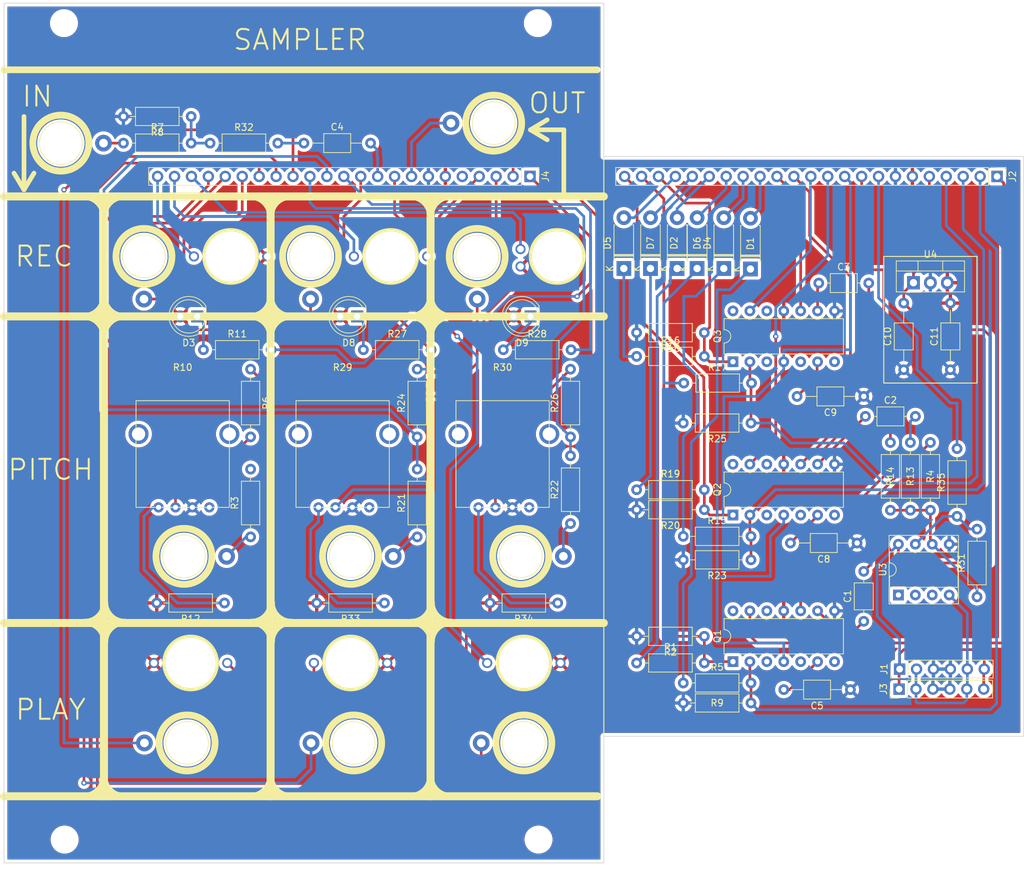
<source format=kicad_pcb>
(kicad_pcb (version 20211014) (generator pcbnew)
  (layers (0 "F.Cu" signal) (31 "B.Cu" signal) (34 "B.Paste" user) (35 "F.Paste" user) (36 "B.SilkS" user "B.Silkscreen") (37 "F.SilkS" user "F.Silkscreen") (38 "B.Mask" user) (39 "F.Mask" user) (44 "Edge.Cuts" user))
  (net 0 "")
  (net 1 "Net-(C4-Pad1)")
  (net 2 "INPUT")
  (net 3 "GND")
  (net 4 "Net-(C5-Pad2)")
  (net 5 "Net-(C8-Pad2)")
  (net 6 "Net-(C9-Pad2)")
  (net 7 "+12V")
  (net 8 "+5V")
  (net 9 "Net-(D1-Pad1)")
  (net 10 "VCPLAY1")
  (net 11 "Net-(D2-Pad1)")
  (net 12 "VCREC1")
  (net 13 "Net-(D3-Pad1)")
  (net 14 "Net-(D4-Pad1)")
  (net 15 "VCPLAY2")
  (net 16 "Net-(D5-Pad1)")
  (net 17 "VCREC3")
  (net 18 "Net-(D6-Pad1)")
  (net 19 "VCPLAY3")
  (net 20 "Net-(D7-Pad1)")
  (net 21 "VCREC2")
  (net 22 "Net-(D8-Pad1)")
  (net 23 "Net-(D9-Pad1)")
  (net 24 "-12V")
  (net 25 "Net-(C1-Pad2)")
  (net 26 "Net-(C2-Pad2)")
  (net 30 "CH1")
  (net 31 "Net-(C3-Pad2)")
  (net 33 "Net-(R3-Pad1)")
  (net 40 "CH2")
  (net 46 "CH3")
  (net 49 "REC3")
  (net 50 "Net-(R13-Pad2)")
  (net 51 "Net-(R10-Pad2)")
  (net 52 "REC2")
  (net 53 "Net-(R32-Pad1)")
  (net 54 "Net-(R10-Pad1)")
  (net 55 "REC1")
  (net 56 "PLAY3")
  (net 57 "Net-(R24-Pad2)")
  (net 58 "Net-(R26-Pad2)")
  (net 59 "Net-(R31-Pad2)")
  (net 60 "Net-(R29-Pad1)")
  (net 61 "Net-(R30-Pad1)")
  (net 65 "PLAY2")
  (net 66 "PLAY1")
  (net 67 "PITCH3")
  (net 68 "PITCH2")
  (net 69 "PITCH1")
  (net 70 "LED3")
  (net 71 "LED2")
  (net 72 "LED1")
  (net 73 "SUM OUT")
  (net 75 "Net-(R21-Pad1)")
  (net 76 "Net-(R22-Pad1)")
  (net 83 "Net-(R7-Pad1)")
  (footprint "Library:aux_flush" (layer "F.Cu") (at 33.530351 51 180)
    (fp_text reference "U11" hide)
    (fp_text value "Aux_flush")
  )
  (footprint "Resistor_THT:R_Axial_DIN0207_L6.3mm_D2.5mm_P10.16mm_Horizontal" (layer "F.Cu") (at 126.92 110)
    (fp_text reference "R15")
    (fp_text value "R")
  )
  (footprint "Resistor_THT:R_Axial_DIN0207_L6.3mm_D2.5mm_P10.16mm_Horizontal" (layer "F.Cu") (at 126.92 132)
    (fp_text reference "R5")
    (fp_text value "R")
  )
  (footprint "MountingHole:MountingHole_3.2mm_M3" (layer "F.Cu") (at 34.1 155.5)
    (fp_text reference "REF**" hide)
    (fp_text value "MountingHole_3.2mm_M3")
  )
  (footprint "Resistor_THT:R_Axial_DIN0207_L6.3mm_D2.5mm_P10.16mm_Horizontal" (layer "F.Cu") (at 53.08 47 180)
    (fp_text reference "R8")
    (fp_text value "R")
  )
  (footprint "Resistor_THT:R_Axial_DIN0207_L6.3mm_D2.5mm_P10.16mm_Horizontal" (layer "F.Cu") (at 87 95.08 90)
    (fp_text reference "R24")
    (fp_text value "R")
  )
  (footprint "Capacitor_THT:C_Axial_L3.8mm_D2.6mm_P10.00mm_Horizontal" (layer "F.Cu") (at 167 85 90)
    (fp_text reference "C11")
    (fp_text value "C")
  )
  (footprint "Package_DIP:DIP-14_W7.62mm" (layer "F.Cu") (at 134.375 106.8 90)
    (fp_text reference "Q2")
    (fp_text value "ISD1820")
  )
  (footprint "Capacitor_THT:C_Axial_L3.8mm_D2.6mm_P10.00mm_Horizontal" (layer "F.Cu") (at 152 133 180)
    (fp_text reference "C5")
    (fp_text value "C")
  )
  (footprint "Library:aux_flush" (layer "F.Cu") (at 102.53035 113 180)
    (fp_text reference "U10" hide)
    (fp_text value "Aux_flush")
  )
  (footprint "Library:aux_flush" (layer "F.Cu") (at 98.46965 48)
    (fp_text reference "U6" hide)
    (fp_text value "Aux_flush")
  )
  (footprint "Library:aux_flush" (layer "F.Cu") (at 77 113 180)
    (fp_text reference "U9" hide)
    (fp_text value "Aux_flush")
  )
  (footprint "Resistor_THT:R_Axial_DIN0207_L6.3mm_D2.5mm_P10.16mm_Horizontal" (layer "F.Cu") (at 62 84.92 -90)
    (fp_text reference "R6")
    (fp_text value "R")
  )
  (footprint "Connector_PinHeader_2.54mm:PinHeader_1x23_P2.54mm_Vertical" (layer "F.Cu") (at 103.925 56 -90)
    (fp_text reference "J4")
    (fp_text value "Conn_01x23_Male")
  )
  (footprint "Connector_PinHeader_2.54mm:PinHeader_1x23_P2.54mm_Vertical" (layer "F.Cu") (at 174 56 -90)
    (fp_text reference "J2")
    (fp_text value "Conn_01x23_Male")
  )
  (footprint "Resistor_THT:R_Axial_DIN0207_L6.3mm_D2.5mm_P10.16mm_Horizontal" (layer "F.Cu") (at 119.92 103)
    (fp_text reference "R19")
    (fp_text value "R")
  )
  (footprint "Library:AlpsPot" (layer "F.Cu") (at 72.19 105.649)
    (fp_text reference "R29")
    (fp_text value "AlpsPot")
  )
  (footprint "Library:PushButton" (layer "F.Cu") (at 83 68 180)
    (fp_text reference "SW3" hide)
    (fp_text value "SW_Push")
  )
  (footprint "Resistor_THT:R_Axial_DIN0207_L6.3mm_D2.5mm_P10.16mm_Horizontal" (layer "F.Cu") (at 82.08 120 180)
    (fp_text reference "R33")
    (fp_text value "R")
  )
  (footprint "Resistor_THT:R_Axial_DIN0207_L6.3mm_D2.5mm_P10.16mm_Horizontal" (layer "F.Cu") (at 130.08 79.435 180)
    (fp_text reference "R18")
    (fp_text value "R")
  )
  (footprint "Capacitor_THT:C_Axial_L3.8mm_D2.6mm_P7.50mm_Horizontal" (layer "F.Cu") (at 154.25 92)
    (fp_text reference "C2")
    (fp_text value "C")
  )
  (footprint "Connector_PinHeader_2.54mm:PinHeader_1x06_P2.54mm_Vertical" (layer "F.Cu") (at 159.38 129.92 90)
    (fp_text reference "J1")
    (fp_text value "Conn_01x06")
  )
  (footprint "Resistor_THT:R_Axial_DIN0207_L6.3mm_D2.5mm_P10.16mm_Horizontal" (layer "F.Cu") (at 171 119.08 90)
    (fp_text reference "R31")
    (fp_text value "R")
  )
  (footprint "Package_DIP:DIP-14_W7.62mm" (layer "F.Cu") (at 134.375 83.8 90)
    (fp_text reference "Q3")
    (fp_text value "ISD1820")
  )
  (footprint "Resistor_THT:R_Axial_DIN0207_L6.3mm_D2.5mm_P10.16mm_Horizontal" (layer "F.Cu") (at 110 95.08 90)
    (fp_text reference "R26")
    (fp_text value "R")
  )
  (footprint "MountingHole:MountingHole_3.2mm_M3" (layer "F.Cu") (at 105.2 155.5)
    (fp_text reference "REF**" hide)
    (fp_text value "MountingHole_3.2mm_M3")
  )
  (footprint "Package_TO_SOT_THT:TO-220-3_Vertical" (layer "F.Cu") (at 161.46 71.945)
    (fp_text reference "U4")
    (fp_text value "L7805")
  )
  (footprint "Diode_THT:D_DO-41_SOD81_P7.62mm_Horizontal" (layer "F.Cu") (at 122 69.81 90)
    (fp_text reference "D7")
    (fp_text value "1N4004")
  )
  (footprint "Resistor_THT:R_Axial_DIN0207_L6.3mm_D2.5mm_P10.16mm_Horizontal" (layer "F.Cu") (at 54.92 82)
    (fp_text reference "R11")
    (fp_text value "R")
  )
  (footprint "Resistor_THT:R_Axial_DIN0207_L6.3mm_D2.5mm_P10.16mm_Horizontal" (layer "F.Cu") (at 168 107 90)
    (fp_text reference "R35")
    (fp_text value "R")
  )
  (footprint "MountingHole:MountingHole_3.2mm_M3" (layer "F.Cu") (at 34 33)
    (fp_text reference "REF**" hide)
    (fp_text value "MountingHole_3.2mm_M3")
  )
  (footprint "Library:PushButton" (layer "F.Cu") (at 59 68 180)
    (fp_text reference "SW1" hide)
    (fp_text value "SW_Push")
  )
  (footprint "Resistor_THT:R_Axial_DIN0207_L6.3mm_D2.5mm_P10.16mm_Horizontal" (layer "F.Cu") (at 87 110.08 90)
    (fp_text reference "R21")
    (fp_text value "R")
  )
  (footprint "Capacitor_THT:C_Axial_L3.8mm_D2.6mm_P10.00mm_Horizontal" (layer "F.Cu") (at 160 85 90)
    (fp_text reference "C10")
    (fp_text value "C")
  )
  (footprint "Diode_THT:D_DO-41_SOD81_P7.62mm_Horizontal" (layer "F.Cu") (at 133 69.81 90)
    (fp_text reference "D4")
    (fp_text value "1N4004")
  )
  (footprint "Resistor_THT:R_Axial_DIN0207_L6.3mm_D2.5mm_P10.16mm_Horizontal" (layer "F.Cu") (at 108.08 120 180)
    (fp_text reference "R34")
    (fp_text value "R")
  )
  (footprint "Diode_THT:D_DO-41_SOD81_P7.62mm_Horizontal" (layer "F.Cu") (at 126 69.81 90)
    (fp_text reference "D2")
    (fp_text value "1N4004")
  )
  (footprint "Library:aux_flush" (layer "F.Cu") (at 52 113 180)
    (fp_text reference "U5" hide)
    (fp_text value "Aux_flush")
  )
  (footprint "Resistor_THT:R_Axial_DIN0207_L6.3mm_D2.5mm_P10.16mm_Horizontal" (layer "F.Cu") (at 137.08 135 180)
    (fp_text reference "R9")
    (fp_text value "R")
  )
  (footprint "Library:aux_flush" (layer "F.Cu") (at 96 68 90)
    (fp_text reference "U8" hide)
    (fp_text value "Aux_flush")
  )
  (footprint "Resistor_THT:R_Axial_DIN0207_L6.3mm_D2.5mm_P10.16mm_Horizontal" (layer "F.Cu") (at 110 108.08 90)
    (fp_text reference "R22")
    (fp_text value "R")
  )
  (footprint "Resistor_THT:R_Axial_DIN0207_L6.3mm_D2.5mm_P10.16mm_Horizontal" (layer "F.Cu") (at 161 95.92 -90)
    (fp_text reference "R13")
    (fp_text value "R")
  )
  (footprint "Library:AlpsPot" (layer "F.Cu") (at 48.19 105.649)
    (fp_text reference "R10")
    (fp_text value "AlpsPot")
  )
  (footprint "Resistor_THT:R_Axial_DIN0207_L6.3mm_D2.5mm_P10.16mm_Horizontal" (layer "F.Cu") (at 55.92 51)
    (fp_text reference "R32")
    (fp_text value "R")
  )
  (footprint "Capacitor_THT:C_Axial_L3.8mm_D2.6mm_P10.00mm_Horizontal" (layer "F.Cu") (at 153 111 180)
    (fp_text reference "C8")
    (fp_text value "C")
  )
  (footprint "LED_THT:LED_D5.0mm" (layer "F.Cu") (at 78 77 180)
    (fp_text reference "D8")
    (fp_text value "LED")
  )
  (footprint "Capacitor_THT:C_Axial_L3.8mm_D2.6mm_P7.50mm_Horizontal" (layer "F.Cu") (at 147.25 72)
    (fp_text reference "C3")
    (fp_text value "C")
  )
  (footprint "Library:aux_flush" (layer "F.Cu") (at 103 141)
    (fp_text reference "U7" hide)
    (fp_text value "Aux_flush")
  )
  (footprint "Resistor_THT:R_Axial_DIN0207_L6.3mm_D2.5mm_P10.16mm_Horizontal" (layer "F.Cu") (at 78.92 82)
    (fp_text reference "R27")
    (fp_text value "R")
  )
  (footprint "Resistor_THT:R_Axial_DIN0207_L6.3mm_D2.5mm_P10.16mm_Horizontal" (layer "F.Cu") (at 42.92 51)
    (fp_text reference "R7")
    (fp_text value "R")
  )
  (footprint "Resistor_THT:R_Axial_DIN0207_L6.3mm_D2.5mm_P10.16mm_Horizontal" (layer "F.Cu") (at 62 110.08 90)
    (fp_text reference "R3")
    (fp_text value "R")
  )
  (footprint "Package_DIP:DIP-8_W7.62mm_Socket" (layer "F.Cu") (at 159.2 118.8 90)
    (fp_text reference "U3")
    (fp_text value "TL072")
  )
  (footprint "Library:PushButton" (layer "F.Cu") (at 77 129 180)
    (fp_text reference "SW4" hide)
    (fp_text value "SW_Push")
  )
  (footprint "Diode_THT:D_DO-41_SOD81_P7.62mm_Horizontal" (layer "F.Cu") (at 118 69.81 90)
    (fp_text reference "D5")
    (fp_text value "1N4004")
  )
  (footprint "Library:PushButton" (layer "F.Cu") (at 108 68)
    (fp_text reference "SW5" hide)
    (fp_text value "SW_Push")
  )
  (footprint "Resistor_THT:R_Axial_DIN0207_L6.3mm_D2.5mm_P10.16mm_Horizontal" (layer "F.Cu") (at 164 95.92 -90)
    (fp_text reference "R4")
    (fp_text value "R")
  )
  (footprint "Capacitor_THT:C_Axial_L3.8mm_D2.6mm_P10.00mm_Horizontal" (layer "F.Cu") (at 154 89 180)
    (fp_text reference "C9")
    (fp_text value "C")
  )
  (footprint "Library:aux_flush" (layer "F.Cu") (at 71 67.999999 90)
    (fp_text reference "U13" hide)
    (fp_text value "Aux_flush")
  )
  (footprint "LED_THT:LED_D5.0mm" (layer "F.Cu") (at 54 77 180)
    (fp_text reference "D3")
    (fp_text value "LED")
  )
  (footprint "LED_THT:LED_D5.0mm" (layer "F.Cu") (at 104 77 180)
    (fp_text reference "D9")
    (fp_text value "LED")
  )
  (footprint "Library:PushButton" (layer "F.Cu") (at 53 129)
    (fp_text reference "SW2" hide)
    (fp_text value "SW_Push")
  )
  (footprint "Resistor_THT:R_Axial_DIN0207_L6.3mm_D2.5mm_P10.16mm_Horizontal" (layer "F.Cu") (at 137.08 93 180)
    (fp_text reference "R25")
    (fp_text value "R")
  )
  (footprint "Diode_THT:D_DO-41_SOD81_P7.62mm_Horizontal" (layer "F.Cu") (at 137 69.89 90)
    (fp_text reference "D1")
    (fp_text value "1N4004")
  )
  (footprint "Library:aux_flush" (layer "F.Cu") (at 46 68 90)
    (fp_text reference "U2" hide)
    (fp_text value "Aux_flush")
  )
  (footprint "Library:aux_flush" (layer "F.Cu") (at 77.46965 141)
    (fp_text reference "U12" hide)
    (fp_text value "Aux_flush")
  )
  (footprint "Capacitor_THT:C_Axial_L3.8mm_D2.6mm_P7.50mm_Horizontal" (layer "F.Cu") (at 154 122.75 90)
    (fp_text reference "C1")
    (fp_text value "C")
  )
  (footprint "Library:PushButton" (layer "F.Cu") (at 103 129 180)
    (fp_text reference "SW6" hide)
    (fp_text value "SW_Push")
  )
  (footprint "Resistor_THT:R_Axial_DIN0207_L6.3mm_D2.5mm_P10.16mm_Horizontal" (layer "F.Cu") (at 130.08 125 180)
    (fp_text reference "R2")
    (fp_text value "R")
  )
  (footprint "Resistor_THT:R_Axial_DIN0207_L6.3mm_D2.5mm_P10.16mm_Horizontal" (layer "F.Cu") (at 137.08 113.523641 180)
    (fp_text reference "R23")
    (fp_text value "R")
  )
  (footprint "Diode_THT:D_DO-41_SOD81_P7.62mm_Horizontal" (layer "F.Cu") (at 129 69.81 90)
    (fp_text reference "D6")
    (fp_text value "1N4004")
  )
  (footprint "Connector_PinHeader_2.54mm:PinHeader_1x06_P2.54mm_Vertical" (layer "F.Cu") (at 159.3 132.92 90)
    (fp_text reference "J3")
    (fp_text value "Conn_01x06")
  )
  (footprint "Resistor_THT:R_Axial_DIN0207_L6.3mm_D2.5mm_P10.16mm_Horizontal" (layer "F.Cu") (at 119.92 129)
    (fp_text reference "R1")
    (fp_text value "R")
  )
  (footprint "Package_DIP:DIP-14_W7.62mm" (layer "F.Cu") (at 134.375 128.8 90)
    (fp_text reference "Q1")
    (fp_text value "ISD1820")
  )
  (footprint "Resistor_THT:R_Axial_DIN0207_L6.3mm_D2.5mm_P10.16mm_Horizontal" (layer "F.Cu") (at 127 87)
    (fp_text reference "R17")
    (fp_text value "R")
  )
  (footprint "Resistor_THT:R_Axial_DIN0207_L6.3mm_D2.5mm_P10.16mm_Horizontal" (layer "F.Cu") (at 58.08 120 180)
    (fp_text reference "R12")
    (fp_text value "R")
  )
  (footprint "Resistor_THT:R_Axial_DIN0207_L6.3mm_D2.5mm_P10.16mm_Horizontal" (layer "F.Cu") (at 99.92 82)
    (fp_text reference "R28")
    (fp_text value "R")
  )
  (footprint "Resistor_THT:R_Axial_DIN0207_L6.3mm_D2.5mm_P10.16mm_Horizontal" (layer "F.Cu") (at 158 95.92 -90)
    (fp_text reference "R14")
    (fp_text value "R")
  )
  (footprint "Library:aux_flush" (layer "F.Cu") (at 52.46965 141)
    (fp_text reference "U1" hide)
    (fp_text value "Aux_flush")
  )
  (footprint "Library:AlpsPot" (layer "F.Cu") (at 96.19 105.649)
    (fp_text reference "R30")
    (fp_text value "AlpsPot")
  )
  (footprint "Resistor_THT:R_Axial_DIN0207_L6.3mm_D2.5mm_P10.16mm_Horizontal" (layer "F.Cu") (at 130.08 106 180)
    (fp_text reference "R20")
    (fp_text value "R")
  )
  (footprint "Capacitor_THT:C_Axial_L3.8mm_D2.6mm_P10.00mm_Horizontal" (layer "F.Cu") (at 70 51)
    (fp_text reference "C4")
    (fp_text value "C")
  )
  (footprint "MountingHole:MountingHole_3.2mm_M3" (layer "F.Cu") (at 105.1 33)
    (fp_text reference "REF**" hide)
    (fp_text value "MountingHole_3.2mm_M3")
  )
  (footprint "Resistor_THT:R_Axial_DIN0207_L6.3mm_D2.5mm_P10.16mm_Horizontal" (layer "F.Cu") (at 119.92 83)
    (fp_text reference "R16")
    (fp_text value "R")
  )
  (gr_line (start 40 149) (end 40 59) (layer "F.SilkS") (width 1.2))
  (gr_line (start 113.5 40) (end 113.5 40) (layer "F.SilkS") (width 0.1))
  (gr_arc (start 62.000001 58.999999) (mid 64.121321 59.878679) (end 65.000001 61.999999) (layer "F.SilkS") (width 1))
  (gr_arc (start 68.12132 122.87868) (mid 65.999993 122.000007) (end 65.12132 119.87868) (layer "F.SilkS") (width 1))
  (gr_line (start 25 59) (end 115 59) (layer "F.SilkS") (width 1.2))
  (gr_rect (start 157 68) (end 171 87) (layer "F.SilkS") (width 0.15) (fill none))
  (gr_arc (start 89 146) (mid 88.12132 148.12132) (end 86 149) (layer "F.SilkS") (width 1))
  (gr_line (start 25 149) (end 114 149) (layer "F.SilkS") (width 1.2))
  (gr_arc (start 92 149) (mid 89.87868 148.12132) (end 89 146) (layer "F.SilkS") (width 1))
  (gr_arc (start 43.12132 122.87868) (mid 41 122) (end 40.12132 119.87868) (layer "F.SilkS") (width 1))
  (gr_arc (start 37.000001 58.999999) (mid 39.121321 59.878679) (end 40.000001 61.999999) (layer "F.SilkS") (width 1))
  (gr_line (start 25 123) (end 115 123) (layer "F.SilkS") (width 1.2))
  (gr_arc (start 65.000001 61.999999) (mid 65.878681 59.87868) (end 68.000001 58.999999) (layer "F.SilkS") (width 1))
  (gr_arc (start 86.12132 122.87868) (mid 88.24264 123.75736) (end 89.12132 125.87868) (layer "F.SilkS") (width 1))
  (gr_line (start 28 58) (end 29.5 55.5) (layer "F.SilkS") (width 0.7))
  (gr_line (start 65 59) (end 65 149) (layer "F.SilkS") (width 1.2))
  (gr_line (start 115 53) (end 115 140) (layer "F.SilkS") (width 0.15))
  (gr_arc (start 68.000001 76.999999) (mid 65.878681 76.121319) (end 65.000001 73.999999) (layer "F.SilkS") (width 1))
  (gr_line (start 109 58.999999) (end 109 49) (layer "F.SilkS") (width 0.7))
  (gr_line (start 28 58) (end 26.5 55.5) (layer "F.SilkS") (width 0.7))
  (gr_arc (start 62.12132 122.87868) (mid 64.24264 123.75736) (end 65.12132 125.87868) (layer "F.SilkS") (width 1))
  (gr_arc (start 65.12132 125.87868) (mid 66 123.757361) (end 68.12132 122.87868) (layer "F.SilkS") (width 1))
  (gr_line (start 104 49) (end 106.5 50.5) (layer "F.SilkS") (width 0.7))
  (gr_arc (start 68 149) (mid 65.87868 148.12132) (end 65 146) (layer "F.SilkS") (width 1))
  (gr_line (start 104 49) (end 109 49) (layer "F.SilkS") (width 0.7))
  (gr_line (start 104 49) (end 106.5 47.5) (layer "F.SilkS") (width 0.7))
  (gr_line (start 25 40) (end 114 40) (layer "F.SilkS") (width 1))
  (gr_line (start 89 149) (end 89 59) (layer "F.SilkS") (width 1.2))
  (gr_arc (start 40.000001 79.999999) (mid 40.878681 77.87868) (end 43.000001 76.999999) (layer "F.SilkS") (width 1))
  (gr_arc (start 65.12132 119.87868) (mid 64.24264 122) (end 62.12132 122.87868) (layer "F.SilkS") (width 1))
  (gr_arc (start 92.000001 76.999999) (mid 89.878681 76.121319) (end 89.000001 73.999999) (layer "F.SilkS") (width 1))
  (gr_arc (start 43.000001 76.999999) (mid 40.878681 76.121319) (end 40.000001 73.999999) (layer "F.SilkS") (width 1))
  (gr_arc (start 40.000001 73.999999) (mid 39.121321 76.121319) (end 37.000001 76.999999) (layer "F.SilkS") (width 1))
  (gr_arc (start 89.000001 61.999999) (mid 89.878681 59.87868) (end 92.000001 58.999999) (layer "F.SilkS") (width 1))
  (gr_arc (start 89.000001 79.999999) (mid 89.878681 77.87868) (end 92.000001 76.999999) (layer "F.SilkS") (width 1))
  (gr_arc (start 40.000001 61.999999) (mid 40.878681 59.87868) (end 43.000001 58.999999) (layer "F.SilkS") (width 1))
  (gr_arc (start 40.12132 119.87868) (mid 39.24264 122) (end 37.12132 122.87868) (layer "F.SilkS") (width 1))
  (gr_arc (start 89.12132 125.87868) (mid 90 123.757361) (end 92.12132 122.87868) (layer "F.SilkS") (width 1))
  (gr_arc (start 65.000001 79.999999) (mid 65.878681 77.87868) (end 68.000001 76.999999) (layer "F.SilkS") (width 1))
  (gr_arc (start 37.12132 122.87868) (mid 39.24264 123.75736) (end 40.12132 125.87868) (layer "F.SilkS") (width 1))
  (gr_arc (start 40.12132 125.87868) (mid 41 123.757361) (end 43.12132 122.87868) (layer "F.SilkS") (width 1))
  (gr_arc (start 89.000001 73.999999) (mid 88.121321 76.121319) (end 86.000001 76.999999) (layer "F.SilkS") (width 1))
  (gr_arc (start 92.12132 122.87868) (mid 90 122) (end 89.12132 119.87868) (layer "F.SilkS") (width 1))
  (gr_arc (start 43 149) (mid 40.87868 148.12132) (end 40 146) (layer "F.SilkS") (width 1))
  (gr_arc (start 37.000001 76.999999) (mid 39.121321 77.878679) (end 40.000001 79.999999) (layer "F.SilkS") (width 1))
  (gr_arc (start 89.12132 119.87868) (mid 88.24264 122) (end 86.12132 122.87868) (layer "F.SilkS") (width 1))
  (gr_line (start 25 77) (end 115 77) (layer "F.SilkS") (width 1.2))
  (gr_line (start 28 58) (end 28 47) (layer "F.SilkS") (width 0.7))
  (gr_arc (start 65 146) (mid 64.12132 148.12132) (end 62 149) (layer "F.SilkS") (width 1))
  (gr_arc (start 86.000001 76.999999) (mid 88.121321 77.878679) (end 89.000001 79.999999) (layer "F.SilkS") (width 1))
  (gr_arc (start 62.000001 76.999999) (mid 64.121321 77.878679) (end 65.000001 79.999999) (layer "F.SilkS") (width 1))
  (gr_arc (start 40 146) (mid 39.12132 148.12132) (end 37 149) (layer "F.SilkS") (width 1))
  (gr_arc (start 86.000001 58.999999) (mid 88.121321 59.878679) (end 89.000001 61.999999) (layer "F.SilkS") (width 1))
  (gr_arc (start 65.000001 73.999999) (mid 64.121321 76.121319) (end 62.000001 76.999999) (layer "F.SilkS") (width 1))
  (gr_line (start 25 159) (end 25 30) (layer "Edge.Cuts") (width 0.1))
  (gr_line (start 115 140) (end 115 159) (layer "Edge.Cuts") (width 0.1))
  (gr_line (start 115 30) (end 115 53) (layer "Edge.Cuts") (width 0.1))
  (gr_line (start 115 159) (end 25 159) (layer "Edge.Cuts") (width 0.1))
  (gr_line (start 115 53) (end 178 53) (layer "Edge.Cuts") (width 0.1))
  (gr_line (start 178 53) (end 178 140) (layer "Edge.Cuts") (width 0.1))
  (gr_line (start 25 30) (end 115 30) (layer "Edge.Cuts") (width 0.1))
  (gr_line (start 178 140) (end 115 140) (layer "Edge.Cuts") (width 0.1))
  (gr_text "PLAY" (at 32 136) (layer "F.SilkS") (effects (font (size 3 3) (thickness 0.3))))
  (gr_text "PITCH\n" (at 32 100) (layer "F.SilkS") (effects (font (size 3 3) (thickness 0.3))))
  (gr_text "OUT" (at 108 45) (layer "F.SilkS") (effects (font (size 3 3) (thickness 0.3))))
  (gr_text "IN" (at 30 44) (layer "F.SilkS") (effects (font (size 3 3) (thickness 0.3))))
  (gr_text "SAMPLER" (at 69.4 35.5) (layer "F.SilkS") (effects (font (size 3 3) (thickness 0.3))))
  (gr_text "REC" (at 31 68) (layer "F.SilkS") (effects (font (size 3 3) (thickness 0.3))))
  (segment (start 66.08 51) (end 70 51) (width 0.4) (layer "B.Cu") (net 1))
  (segment (start 141.995 83.8) (end 141.995 85.005) (width 0.4) (layer "B.Cu") (net 2))
  (segment (start 141.995 83.8) (end 141.995 82.005) (width 0.4) (layer "B.Cu") (net 2))
  (segment (start 142 126) (end 141.995 126.005) (width 0.4) (layer "B.Cu") (net 2))
  (segment (start 152 56.86) (end 151.14 56) (width 0.4) (layer "B.Cu") (net 2))
  (segment (start 141.995 106.8) (end 141.995 108.005) (width 0.4) (layer "B.Cu") (net 2))
  (segment (start 81 53) (end 81.065 53.065) (width 0.4) (layer "B.Cu") (net 2))
  (segment (start 133 95) (end 132 96) (width 0.4) (layer "B.Cu") (net 2))
  (segment (start 132 116) (end 132 126) (width 0.4) (layer "B.Cu") (net 2))
  (segment (start 81 52) (end 81 53) (width 0.4) (layer "B.Cu") (net 2))
  (segment (start 133 89) (end 133 95) (width 0.4) (layer "B.Cu") (net 2))
  (segment (start 141.995 82.005) (end 142 82) (width 0.4) (layer "B.Cu") (net 2))
  (segment (start 140 110) (end 140 116) (width 0.4) (layer "B.Cu") (net 2))
  (segment (start 80 51) (end 81 52) (width 0.4) (layer "B.Cu") (net 2))
  (segment (start 140 116) (end 132 116) (width 0.4) (layer "B.Cu") (net 2))
  (segment (start 132 126) (end 142 126) (width 0.4) (layer "B.Cu") (net 2))
  (segment (start 138 89) (end 133 89) (width 0.4) (layer "B.Cu") (net 2))
  (segment (start 141.995 126.005) (end 141.995 128.8) (width 0.4) (layer "B.Cu") (net 2))
  (segment (start 141.995 108.005) (end 140 110) (width 0.4) (layer "B.Cu") (net 2))
  (segment (start 142 82) (end 152 82) (width 0.4) (layer "B.Cu") (net 2))
  (segment (start 81.065 53.065) (end 81.065 56) (width 0.4) (layer "B.Cu") (net 2))
  (segment (start 152 82) (end 152 56.86) (width 0.4) (layer "B.Cu") (net 2))
  (segment (start 132 96) (end 132 116) (width 0.4) (layer "B.Cu") (net 2))
  (segment (start 141.995 85.005) (end 138 89) (width 0.4) (layer "B.Cu") (net 2))
  (segment (start 142 133) (end 142.875 133) (width 0.4) (layer "F.Cu") (net 4))
  (segment (start 142.875 133) (end 147.075 128.8) (width 0.4) (layer "F.Cu") (net 4))
  (segment (start 147.075 106.925) (end 147.075 106.8) (width 0.4) (layer "F.Cu") (net 5))
  (segment (start 143 111) (end 147.075 106.925) (width 0.4) (layer "F.Cu") (net 5))
  (segment (start 147 83.875) (end 147.075 83.8) (width 0.4) (layer "F.Cu") (net 6))
  (segment (start 147 86) (end 147 83.875) (width 0.4) (layer "F.Cu") (net 6))
  (segment (start 144 89) (end 147 86) (width 0.4) (layer "F.Cu") (net 6))
  (segment (start 160 114) (end 159.2 113.2) (width 0.4) (layer "F.Cu") (net 7))
  (segment (start 159.3 132.92) (end 159.3 130) (width 0.4) (layer "F.Cu") (net 7))
  (segment (start 173 114) (end 160 114) (width 0.4) (layer "F.Cu") (net 7))
  (segment (start 163.84 68.16) (end 163 69) (width 0.4) (layer "F.Cu") (net 7))
  (segment (start 164 79) (end 172 79) (width 0.4) (layer "F.Cu") (net 7))
  (segment (start 172 127) (end 160 127) (width 0.4) (layer "F.Cu") (net 7))
  (segment (start 173 80) (end 173 114) (width 0.4) (layer "F.Cu") (net 7))
  (segment (start 160 73.405) (end 161.46 71.945) (width 0.4) (layer "F.Cu") (net 7))
  (segment (start 172 132.92) (end 172 130) (width 0.4) (layer "F.Cu") (net 7))
  (segment (start 172.08 127.08) (end 172 127) (width 0.4) (layer "F.Cu") (net 7))
  (segment (start 163.84 56) (end 163.84 68.16) (width 0.4) (layer "F.Cu") (net 7))
  (segment (start 163 69) (end 161.46 70.54) (width 0.4) (layer "F.Cu") (net 7))
  (segment (start 172 79) (end 173 80) (width 0.4) (layer "F.Cu") (net 7))
  (segment (start 159.38 127.62) (end 159.38 129.92) (width 0.4) (layer "F.Cu") (net 7))
  (segment (start 161.46 70.54) (end 161.46 71.945) (width 0.4) (layer "F.Cu") (net 7))
  (segment (start 172.08 129.92) (end 172.08 127.08) (width 0.4) (layer "F.Cu") (net 7))
  (segment (start 172 130) (end 172.08 129.92) (width 0.4) (layer "F.Cu") (net 7))
  (segment (start 160 75) (end 160 73.405) (width 0.4) (layer "F.Cu") (net 7))
  (segment (start 160 75) (end 164 79) (width 0.4) (layer "F.Cu") (net 7))
  (segment (start 160 127) (end 159.38 127.62) (width 0.4) (layer "F.Cu") (net 7))
  (segment (start 159.3 130) (end 159.38 129.92) (width 0.4) (layer "F.Cu") (net 7))
  (segment (start 159.2 113.2) (end 159.2 111.18) (width 0.4) (layer "F.Cu") (net 7))
  (segment (start 159.38 125.38) (end 156 122) (width 0.4) (layer "B.Cu") (net 7))
  (segment (start 156 122) (end 156 114.38) (width 0.4) (layer "B.Cu") (net 7))
  (segment (start 156 114.38) (end 159.2 111.18) (width 0.4) (layer "B.Cu") (net 7))
  (segment (start 159.38 129.92) (end 159.38 125.38) (width 0.4) (layer "B.Cu") (net 7))
  (segment (start 128.119511 115.880489) (end 128.119511 95.880489) (width 0.4) (layer "B.Cu") (net 9))
  (segment (start 132 92) (end 132 73) (width 0.4) (layer "B.Cu") (net 9))
  (segment (start 132 73) (end 133.89 73) (width 0.4) (layer "B.Cu") (net 9))
  (segment (start 126.92 132) (end 126.92 117.08) (width 0.4) (layer "B.Cu") (net 9))
  (segment (start 128.119511 95.880489) (end 132 92) (width 0.4) (layer "B.Cu") (net 9))
  (segment (start 133.89 73) (end 137 69.89) (width 0.4) (layer "B.Cu") (net 9))
  (segment (start 126.92 117.08) (end 128.119511 115.880489) (width 0.4) (layer "B.Cu") (net 9))
  (segment (start 38 49) (end 68 49) (width 0.4) (layer "F.Cu") (net 10))
  (segment (start 34 58.07978) (end 38 54.07978) (width 0.4) (layer "F.Cu") (net 10))
  (segment (start 68 49) (end 68.365 49.365) (width 0.4) (layer "F.Cu") (net 10))
  (segment (start 68.365 49.365) (end 68.365 56) (width 0.4) (layer "F.Cu") (net 10))
  (segment (start 38 54.07978) (end 38 49) (width 0.4) (layer "F.Cu") (net 10))
  (via (at 34 58) (size 0.8) (drill 0.4) (layers "F.Cu" "B.Cu") (net 10))
  (segment (start 138.44 56) (end 138.44 60.83) (width 0.4) (layer "B.Cu") (net 10))
  (segment (start 138.44 60.83) (end 137 62.27) (width 0.4) (layer "B.Cu") (net 10))
  (segment (start 46.06965 141) (end 34 141) (width 0.4) (layer "B.Cu") (net 10))
  (segment (start 34 141) (end 34 58) (width 0.4) (layer "B.Cu") (net 10))
  (segment (start 125 69.81) (end 125 72) (width 0.4) (layer "B.Cu") (net 11))
  (segment (start 123 125.92) (end 119.92 129) (width 0.4) (layer "B.Cu") (net 11))
  (segment (start 123 74) (end 123 125.92) (width 0.4) (layer "B.Cu") (net 11))
  (segment (start 125 72) (end 123 74) (width 0.4) (layer "B.Cu") (net 11))
  (segment (start 60 62) (end 60.745 61.255) (width 0.4) (layer "F.Cu") (net 12))
  (segment (start 52 65) (end 55 62) (width 0.4) (layer "F.Cu") (net 12))
  (segment (start 52 71) (end 52 65) (width 0.4) (layer "F.Cu") (net 12))
  (segment (start 60.745 61.255) (end 60.745 56) (width 0.4) (layer "F.Cu") (net 12))
  (segment (start 55 62) (end 60 62) (width 0.4) (layer "F.Cu") (net 12))
  (segment (start 48.6 74.4) (end 52 71) (width 0.4) (layer "F.Cu") (net 12))
  (segment (start 46 74.4) (end 48.6 74.4) (width 0.4) (layer "F.Cu") (net 12))
  (segment (start 130.82 56) (end 126 60.82) (width 0.4) (layer "B.Cu") (net 12))
  (segment (start 126 60.82) (end 126 62.19) (width 0.4) (layer "B.Cu") (net 12))
  (segment (start 54.92 77.92) (end 54 77) (width 0.4) (layer "B.Cu") (net 13))
  (segment (start 54.92 82) (end 54.92 77.92) (width 0.4) (layer "B.Cu") (net 13))
  (segment (start 127 84) (end 129 86) (width 0.4) (layer "B.Cu") (net 14))
  (segment (start 133 69.81) (end 128.81 74) (width 0.4) (layer "B.Cu") (net 14))
  (segment (start 127 74) (end 127 84) (width 0.4) (layer "B.Cu") (net 14))
  (segment (start 129 86) (end 129 93) (width 0.4) (layer "B.Cu") (net 14))
  (segment (start 128.81 74) (end 127 74) (width 0.4) (layer "B.Cu") (net 14))
  (segment (start 129 93) (end 126.92 95.08) (width 0.4) (layer "B.Cu") (net 14))
  (segment (start 126.92 95.08) (end 126.92 110) (width 0.4) (layer "B.Cu") (net 14))
  (segment (start 37 147) (end 37 58) (width 0.4) (layer "F.Cu") (net 15))
  (segment (start 43 53) (end 65 53) (width 0.4) (layer "F.Cu") (net 15))
  (segment (start 37 58) (end 42 53) (width 0.4) (layer "F.Cu") (net 15))
  (segment (start 65.825 56) (end 65.825 53.825) (width 0.4) (layer "F.Cu") (net 15))
  (segment (start 65.825 53.825) (end 65 53) (width 0.4) (layer "F.Cu") (net 15))
  (segment (start 42 53) (end 43 53) (width 0.4) (layer "F.Cu") (net 15))
  (via (at 37 147) (size 0.8) (drill 0.4) (layers "F.Cu" "B.Cu") (net 15))
  (segment (start 135.9 56) (end 135.9 59.29) (width 0.4) (layer "B.Cu") (net 15))
  (segment (start 135.9 59.29) (end 133 62.19) (width 0.4) (layer "B.Cu") (net 15))
  (segment (start 71.06965 144.93035) (end 69 147) (width 0.4) (layer "B.Cu") (net 15))
  (segment (start 71.06965 141) (end 71.06965 144.93035) (width 0.4) (layer "B.Cu") (net 15))
  (segment (start 69 147) (end 37 147) (width 0.4) (layer "B.Cu") (net 15))
  (segment (start 118 83) (end 118 69.81) (width 0.4) (layer "B.Cu") (net 16))
  (segment (start 119.92 83) (end 118 83) (width 0.4) (layer "B.Cu") (net 16))
  (segment (start 55.665 57.335) (end 55.665 56) (width 0.4) (layer "F.Cu") (net 17))
  (segment (start 40 63) (end 41 62) (width 0.4) (layer "F.Cu") (net 17))
  (segment (start 91 89) (end 49 89) (width 0.4) (layer "F.Cu") (net 17))
  (segment (start 51 62) (end 55.665 57.335) (width 0.4) (layer "F.Cu") (net 17))
  (segment (start 96 74.4) (end 96 84) (width 0.4) (layer "F.Cu") (net 17))
  (segment (start 96 84) (end 91 89) (width 0.4) (layer "F.Cu") (net 17))
  (segment (start 40 80) (end 40 63) (width 0.4) (layer "F.Cu") (net 17))
  (segment (start 41 62) (end 51 62) (width 0.4) (layer "F.Cu") (net 17))
  (segment (start 49 89) (end 40 80) (width 0.4) (layer "F.Cu") (net 17))
  (segment (start 119.55 62.19) (end 118 62.19) (width 0.4) (layer "B.Cu") (net 17))
  (segment (start 125.74 56) (end 119.55 62.19) (width 0.4) (layer "B.Cu") (net 17))
  (segment (start 124 87) (end 127 87) (width 0.4) (layer "B.Cu") (net 18))
  (segment (start 129 70) (end 124 75) (width 0.4) (layer "B.Cu") (net 18))
  (segment (start 124 75) (end 124 87) (width 0.4) (layer "B.Cu") (net 18))
  (segment (start 129 69.81) (end 129 70) (width 0.4) (layer "B.Cu") (net 18))
  (segment (start 63.285 56) (end 63.285 54.285) (width 0.4) (layer "F.Cu") (net 19))
  (segment (start 39 58) (end 39 148) (width 0.4) (layer "F.Cu") (net 19))
  (segment (start 96 148) (end 96.6 147.4) (width 0.4) (layer "F.Cu") (net 19))
  (segment (start 63 54) (end 43 54) (width 0.4) (layer "F.Cu") (net 19))
  (segment (start 43 54) (end 39 58) (width 0.4) (layer "F.Cu") (net 19))
  (segment (start 96.6 147.4) (end 96.6 141) (width 0.4) (layer "F.Cu") (net 19))
  (segment (start 39 148) (end 96 148) (width 0.4) (layer "F.Cu") (net 19))
  (segment (start 63.285 54.285) (end 63 54) (width 0.4) (layer "F.Cu") (net 19))
  (segment (start 133.36 57.83) (end 129 62.19) (width 0.4) (layer "B.Cu") (net 19))
  (segment (start 133.36 56) (end 133.36 57.83) (width 0.4) (layer "B.Cu") (net 19))
  (segment (start 122 69.81) (end 122 100.92) (width 0.4) (layer "B.Cu") (net 20))
  (segment (start 122 100.92) (end 119.92 103) (width 0.4) (layer "B.Cu") (net 20))
  (segment (start 43 63) (end 41 65) (width 0.4) (layer "F.Cu") (net 21))
  (segment (start 41 79) (end 70 79) (width 0.4) (layer "F.Cu") (net 21))
  (segment (start 58.205 56) (end 51.205 63) (width 0.4) (layer "F.Cu") (net 21))
  (segment (start 41 65) (end 41 79) (width 0.4) (layer "F.Cu") (net 21))
  (segment (start 71 78) (end 71 74.399999) (width 0.4) (layer "F.Cu") (net 21))
  (segment (start 51.205 63) (end 43 63) (width 0.4) (layer "F.Cu") (net 21))
  (segment (start 70 79) (end 71 78) (width 0.4) (layer "F.Cu") (net 21))
  (segment (start 128.28 56) (end 122.09 62.19) (width 0.4) (layer "B.Cu") (net 21))
  (segment (start 122.09 62.19) (end 122 62.19) (width 0.4) (layer "B.Cu") (net 21))
  (segment (start 78.92 77.92) (end 78 77) (width 0.4) (layer "B.Cu") (net 22))
  (segment (start 78.92 82) (end 78.92 77.92) (width 0.4) (layer "B.Cu") (net 22))
  (segment (start 104 77.92) (end 99.92 82) (width 0.4) (layer "B.Cu") (net 23))
  (segment (start 104 77) (end 104 77.92) (width 0.4) (layer "B.Cu") (net 23))
  (segment (start 169 135) (end 162 135) (width 0.4) (layer "B.Cu") (net 24))
  (segment (start 169.54 121.52) (end 166.82 118.8) (width 0.4) (layer "B.Cu") (net 24))
  (segment (start 169.46 132.92) (end 169.46 134.54) (width 0.4) (layer "B.Cu") (net 24))
  (segment (start 169.46 134.54) (end 169 135) (width 0.4) (layer "B.Cu") (net 24))
  (segment (start 169.54 132.84) (end 169.46 132.92) (width 0.4) (layer "B.Cu") (net 24))
  (segment (start 169.54 129.92) (end 169.54 132.84) (width 0.4) (layer "B.Cu") (net 24))
  (segment (start 161.84 130) (end 161.92 129.92) (width 0.4) (layer "B.Cu") (net 24))
  (segment (start 162 135) (end 161.84 134.84) (width 0.4) (layer "B.Cu") (net 24))
  (segment (start 161.84 132.92) (end 161.84 130) (width 0.4) (layer "B.Cu") (net 24))
  (segment (start 169.54 129.92) (end 169.54 121.52) (width 0.4) (layer "B.Cu") (net 24))
  (segment (start 161.84 134.84) (end 161.84 132.92) (width 0.4) (layer "B.Cu") (net 24))
  (segment (start 164 95.92) (end 155 104.92) (width 0.4) (layer "F.Cu") (net 25))
  (segment (start 155 104.92) (end 155 114.25) (width 0.4) (layer "F.Cu") (net 25))
  (segment (start 155 114.25) (end 154 115.25) (width 0.4) (layer "F.Cu") (net 25))
  (segment (start 161 92.75) (end 161.75 92) (width 0.4) (layer "B.Cu") (net 26))
  (segment (start 161 95.92) (end 161 92.75) (width 0.4) (layer "B.Cu") (net 26))
  (segment (start 154 122.75) (end 152.75 124) (width 0.4) (layer "F.Cu") (net 30))
  (segment (start 149.895 124) (end 147.075 121.18) (width 0.4) (layer "F.Cu") (net 30))
  (segment (start 152.75 124) (end 149.895 124) (width 0.4) (layer "F.Cu") (net 30))
  (segment (start 158 88) (end 154.75 84.75) (width 0.4) (layer "F.Cu") (net 31))
  (segment (start 154.75 84.75) (end 154.75 72) (width 0.4) (layer "F.Cu") (net 31))
  (segment (start 158 95.92) (end 158 88) (width 0.4) (layer "F.Cu") (net 31))
  (segment (start 58.4 113) (end 61.32 110.08) (width 0.4) (layer "B.Cu") (net 33))
  (segment (start 61.32 110.08) (end 62 110.08) (width 0.4) (layer "B.Cu") (net 33))
  (segment (start 147.075 99.18) (end 154.25 92.005) (width 0.4) (layer "F.Cu") (net 40))
  (segment (start 154.25 92.005) (end 154.25 92) (width 0.4) (layer "F.Cu") (net 40))
  (segment (start 147.075 72.175) (end 147.075 76.18) (width 0.4) (layer "F.Cu") (net 46))
  (segment (start 147.25 72) (end 147.075 72.175) (width 0.4) (layer "F.Cu") (net 46))
  (segment (start 130.08 79.435) (end 130.08 83) (width 0.4) (layer "F.Cu") (net 49))
  (segment (start 134.375 83.8) (end 130.879999 83.799999) (width 0.4) (layer "F.Cu") (net 49))
  (segment (start 130.879999 60.120001) (end 130.759998 60) (width 0.4) (layer "F.Cu") (net 49))
  (segment (start 130.759998 60) (end 127.2 60) (width 0.4) (layer "F.Cu") (net 49))
  (segment (start 130.879999 83.799999) (end 130.08 83) (width 0.4) (layer "F.Cu") (net 49))
  (segment (start 130.879999 78.635001) (end 130.879999 60.120001) (width 0.4) (layer "F.Cu") (net 49))
  (segment (start 130.08 79.435) (end 130.879999 78.635001) (width 0.4) (layer "F.Cu") (net 49))
  (segment (start 127.2 60) (end 123.2 56) (width 0.4) (layer "F.Cu") (net 49))
  (segment (start 53.125 56) (end 58.52548 61.40048) (width 0.4) (layer "B.Cu") (net 49))
  (segment (start 58.52548 61.40048) (end 101.40048 61.40048) (width 0.4) (layer "B.Cu") (net 49))
  (segment (start 102.5 62.5) (end 102.5 66.9) (width 0.4) (layer "B.Cu") (net 49))
  (segment (start 101.40048 61.40048) (end 102.5 62.5) (width 0.4) (layer "B.Cu") (net 49))
  (segment (start 164 106.08) (end 164 110.9) (width 0.4) (layer "F.Cu") (net 50))
  (segment (start 164 110.9) (end 164.28 111.18) (width 0.4) (layer "F.Cu") (net 50))
  (segment (start 158 106.08) (end 161 106.08) (width 0.4) (layer "F.Cu") (net 50))
  (segment (start 161 106.08) (end 164 106.08) (width 0.4) (layer "F.Cu") (net 50))
  (segment (start 171 119.08) (end 171 117.9) (width 0.4) (layer "B.Cu") (net 50))
  (segment (start 171 117.9) (end 164.28 111.18) (width 0.4) (layer "B.Cu") (net 50))
  (segment (start 56.08 101) (end 51 101) (width 0.4) (layer "F.Cu") (net 51))
  (segment (start 51 101) (end 50.73 101.27) (width 0.4) (layer "F.Cu") (net 51))
  (segment (start 50.73 101.27) (end 50.73 105.649) (width 0.4) (layer "F.Cu") (net 51))
  (segment (start 62 95.08) (end 56.08 101) (width 0.4) (layer "F.Cu") (net 51))
  (segment (start 124 59.34) (end 124 80.15215) (width 0.4) (layer "F.Cu") (net 52))
  (segment (start 130.08 103) (end 130.08 106) (width 0.4) (layer "F.Cu") (net 52))
  (segment (start 124 80.15215) (end 130 86.15215) (width 0.4) (layer "F.Cu") (net 52))
  (segment (start 134.375 106.8) (end 130.879999 106.799999) (width 0.4) (layer "F.Cu") (net 52))
  (segment (start 130.08 88.08) (end 130.08 103) (width 0.4) (layer "F.Cu") (net 52))
  (segment (start 130.879999 106.799999) (end 130.08 106) (width 0.4) (layer "F.Cu") (net 52))
  (segment (start 120.66 56) (end 124 59.34) (width 0.4) (layer "F.Cu") (net 52))
  (segment (start 130 86.15215) (end 130 88) (width 0.4) (layer "F.Cu") (net 52))
  (segment (start 130 88) (end 130.08 88.08) (width 0.4) (layer "F.Cu") (net 52))
  (segment (start 77.5 65.5) (end 77.5 68) (width 0.4) (layer "B.Cu") (net 52))
  (segment (start 52 62) (end 74 62) (width 0.4) (layer "B.Cu") (net 52))
  (segment (start 50.585 56) (end 50.585 60.585) (width 0.4) (layer "B.Cu") (net 52))
  (segment (start 74 62) (end 77.5 65.5) (width 0.4) (layer "B.Cu") (net 52))
  (segment (start 50.585 60.585) (end 52 62) (width 0.4) (layer "B.Cu") (net 52))
  (segment (start 53.08 47) (end 53.08 51) (width 0.4) (layer "B.Cu") (net 53))
  (segment (start 53.08 51) (end 55.92 51) (width 0.4) (layer "B.Cu") (net 53))
  (segment (start 46 107) (end 47.351 105.649) (width 0.4) (layer "B.Cu") (net 54))
  (segment (start 46 115) (end 46 107) (width 0.4) (layer "B.Cu") (net 54))
  (segment (start 47.351 105.649) (end 48.19 105.649) (width 0.4) (layer "B.Cu") (net 54))
  (segment (start 51 120) (end 46 115) (width 0.4) (layer "B.Cu") (net 54))
  (segment (start 58.08 120) (end 51 120) (width 0.4) (layer "B.Cu") (net 54))
  (segment (start 124 125) (end 124 81) (width 0.4) (layer "F.Cu") (net 55))
  (segment (start 130.08 125) (end 130.08 129) (width 0.4) (layer "F.Cu") (net 55))
  (segment (start 120 57.88) (end 118.12 56) (width 0.4) (layer "F.Cu") (net 55))
  (segment (start 124 81) (end 120 77) (width 0.4) (layer "F.Cu") (net 55))
  (segment (start 130.28 128.8) (end 130.08 129) (width 0.4) (layer "F.Cu") (net 55))
  (segment (start 134.375 128.8) (end 130.28 128.8) (width 0.4) (layer "F.Cu") (net 55))
  (segment (start 120 77) (end 120 57.88) (width 0.4) (layer "F.Cu") (net 55))
  (segment (start 130.08 125) (end 124 125) (width 0.4) (layer "F.Cu") (net 55))
  (segment (start 48.045 56) (end 48.045 62.545) (width 0.4) (layer "B.Cu") (net 55))
  (segment (start 48.045 62.545) (end 53.5 68) (width 0.4) (layer "B.Cu") (net 55))
  (segment (start 90.336341 77.336341) (end 90.336341 61.968659) (width 0.4) (layer "F.Cu") (net 56))
  (segment (start 136.915 83.8) (end 136.915 86.755) (width 0.4) (layer "F.Cu") (net 56))
  (segment (start 93 80) (end 90.336341 77.336341) (width 0.4) (layer "F.Cu") (net 56))
  (segment (start 137.08 87.08) (end 137.16 87) (width 0.4) (layer "F.Cu") (net 56))
  (segment (start 90.336341 61.968659) (end 96.305 56) (width 0.4) (layer "F.Cu") (net 56))
  (segment (start 137.08 93) (end 137.08 87.08) (width 0.4) (layer "F.Cu") (net 56))
  (segment (start 136.915 86.755) (end 137.16 87) (width 0.4) (layer "F.Cu") (net 56))
  (via (at 93 80) (size 0.8) (drill 0.4) (layers "F.Cu" "B.Cu") (net 56))
  (segment (start 97.5 129) (end 92 123.5) (width 0.4) (layer "B.Cu") (net 56))
  (segment (start 96 96) (end 96 83) (width 0.4) (layer "B.Cu") (net 56))
  (segment (start 171 101) (end 171 68) (width 0.4) (layer "B.Cu") (net 56))
  (segment (start 157 102) (end 170 102) (width 0.4) (layer "B.Cu") (net 56))
  (segment (start 151 96) (end 157 102) (width 0.4) (layer "B.Cu") (net 56))
  (segment (start 140.08 93) (end 143.08 96) (width 0.4) (layer "B.Cu") (net 56))
  (segment (start 166.38 63.38) (end 166.38 56) (width 0.4) (layer "B.Cu") (net 56))
  (segment (start 137.08 93) (end 140.08 93) (width 0.4) (layer "B.Cu") (net 56))
  (segment (start 92 123.5) (end 92 100) (width 0.4) (layer "B.Cu") (net 56))
  (segment (start 170 102) (end 171 101) (width 0.4) (layer "B.Cu") (net 56))
  (segment (start 143.08 96) (end 151 96) (width 0.4) (layer "B.Cu") (net 56))
  (segment (start 96 83) (end 93 80) (width 0.4) (layer "B.Cu") (net 56))
  (segment (start 171 68) (end 166.38 63.38) (width 0.4) (layer "B.Cu") (net 56))
  (segment (start 92 100) (end 96 96) (width 0.4) (layer "B.Cu") (net 56))
  (segment (start 77.379 103) (end 89 103) (width 0.4) (layer "B.Cu") (net 57))
  (segment (start 89 103) (end 89 85) (width 0.4) (layer "B.Cu") (net 57))
  (segment (start 88.92 84.92) (end 87 84.92) (width 0.4) (layer "B.Cu") (net 57))
  (segment (start 89 85) (end 88.92 84.92) (width 0.4) (layer "B.Cu") (net 57))
  (segment (start 74.73 105.649) (end 77.379 103) (width 0.4) (layer "B.Cu") (net 57))
  (segment (start 98.73 105.649) (end 98.73 96.19) (width 0.4) (layer "F.Cu") (net 58))
  (segment (start 98.73 96.19) (end 110 84.92) (width 0.4) (layer "F.Cu") (net 58))
  (segment (start 171 108.92) (end 169.92 108.92) (width 0.4) (layer "B.Cu") (net 59))
  (segment (start 161.74 111.18) (end 165.92 107) (width 0.4) (layer "B.Cu") (net 59))
  (segment (start 165.92 107) (end 168 107) (width 0.4) (layer "B.Cu") (net 59))
  (segment (start 169.92 108.92) (end 168 107) (width 0.4) (layer "B.Cu") (net 59))
  (segment (start 75 120) (end 71 116) (width 0.4) (layer "B.Cu") (net 60))
  (segment (start 82.08 120) (end 75 120) (width 0.4) (layer "B.Cu") (net 60))
  (segment (start 71 116) (end 71 109) (width 0.4) (layer "B.Cu") (net 60))
  (segment (start 72.19 107.81) (end 72.19 105.649) (width 0.4) (layer "B.Cu") (net 60))
  (segment (start 71 109) (end 72.19 107.81) (width 0.4) (layer "B.Cu") (net 60))
  (segment (start 101 120) (end 96.19 115.19) (width 0.4) (layer "B.Cu") (net 61))
  (segment (start 96.19 115.19) (end 96.19 105.649) (width 0.4) (layer "B.Cu") (net 61))
  (segment (start 108.08 120) (end 101 120) (width 0.4) (layer "B.Cu") (net 61))
  (segment (start 137.08 113.523641) (end 137.08 110) (width 0.4) (layer "F.Cu") (net 65))
  (segment (start 136.915 109.835) (end 137.08 110) (width 0.4) (layer "F.Cu") (net 65))
  (segment (start 97 98) (end 94.37172 100.62828) (width 0.4) (layer "F.Cu") (net 65))
  (segment (start 90 134) (end 72 134) (width 0.4) (layer "F.Cu") (net 65))
  (segment (start 136.915 106.8) (end 136.915 109.835) (width 0.4) (layer "F.Cu") (net 65))
  (segment (start 94.37172 129.62828) (end 90 134) (width 0.4) (layer "F.Cu") (net 65))
  (segment (start 101 65) (end 101 73) (width 0.4) (layer "F.Cu") (net 65))
  (segment (start 101 73) (end 97 77) (width 0.4) (layer "F.Cu") (net 65))
  (segment (start 72 134) (end 71.5 133.5) (width 0.4) (layer "F.Cu") (net 65))
  (segment (start 94.37172 100.62828) (end 94.37172 129.62828) (width 0.4) (layer "F.Cu") (net 65))
  (segment (start 98.845 62.845) (end 101 65) (width 0.4) (layer "F.Cu") (net 65))
  (segment (start 98.845 56) (end 98.845 62.845) (width 0.4) (layer "F.Cu") (net 65))
  (segment (start 71.5 133.5) (end 71.5 129) (width 0.4) (layer "F.Cu") (net 65))
  (segment (start 97 77) (end 97 98) (width 0.4) (layer "F.Cu") (net 65))
  (segment (start 140.715 103) (end 136.915 106.8) (width 0.4) (layer "B.Cu") (net 65))
  (segment (start 172 67) (end 172 102) (width 0.4) (layer "B.Cu") (net 65))
  (segment (start 171 103) (end 140.715 103) (width 0.4) (layer "B.Cu") (net 65))
  (segment (start 168.92 56) (end 168.92 63.92) (width 0.4) (layer "B.Cu") (net 65))
  (segment (start 168.92 63.92) (end 172 67) (width 0.4) (layer "B.Cu") (net 65))
  (segment (start 172 102) (end 171 103) (width 0.4) (layer "B.Cu") (net 65))
  (segment (start 105 53) (end 114 62) (width 0.4) (layer "F.Cu") (net 66))
  (segment (start 114 133) (end 111 136) (width 0.4) (layer "F.Cu") (net 66))
  (segment (start 111 136) (end 65.5 136) (width 0.4) (layer "F.Cu") (net 66))
  (segment (start 103 53) (end 105 53) (width 0.4) (layer "F.Cu") (net 66))
  (segment (start 101.385 54.615) (end 103 53) (width 0.4) (layer "F.Cu") (net 66))
  (segment (start 136.915 128.8) (end 136.915 131.835) (width 0.4) (layer "F.Cu") (net 66))
  (segment (start 65.5 136) (end 58.5 129) (width 0.4) (layer "F.Cu") (net 66))
  (segment (start 136.915 131.835) (end 137.08 132) (width 0.4) (layer "F.Cu") (net 66))
  (segment (start 101.385 56) (end 101.385 54.615) (width 0.4) (layer "F.Cu") (net 66))
  (segment (start 137.08 135) (end 137.08 132) (width 0.4) (layer "F.Cu") (net 66))
  (segment (start 114 62) (end 114 133) (width 0.4) (layer "F.Cu") (net 66))
  (segment (start 171.46 64.46) (end 173.925 66.925) (width 0.4) (layer "B.Cu") (net 66))
  (segment (start 173.925 135.075) (end 173 136) (width 0.4) (layer "B.Cu") (net 66))
  (segment (start 173 136) (end 138 136) (width 0.4) (layer "B.Cu") (net 66))
  (segment (start 138 135.92) (end 137.08 135) (width 0.4) (layer "B.Cu") (net 66))
  (segment (start 173.925 66.925) (end 173.925 135.075) (width 0.4) (layer "B.Cu") (net 66))
  (segment (start 171.46 56) (end 171.46 64.46) (width 0.4) (layer "B.Cu") (net 66))
  (segment (start 138 136) (end 138 135.92) (width 0.4) (layer "B.Cu") (net 66))
  (segment (start 144.535 59.555) (end 140.98 56) (width 0.4) (layer "F.Cu") (net 67))
  (segment (start 144.535 76.18) (end 144.535 59.555) (width 0.4) (layer "F.Cu") (net 67))
  (segment (start 71.80096 60.80096) (end 70.905 59.905) (width 0.4) (layer "B.Cu") (net 67))
  (segment (start 110.80096 60.80096) (end 71.80096 60.80096) (width 0.4) (layer "B.Cu") (net 67))
  (segment (start 108 93.08) (end 110 95.08) (width 0.4) (layer "B.Cu") (net 67))
  (segment (start 112 77) (end 108 81) (width 0.4) (layer "B.Cu") (net 67))
  (segment (start 70.905 59.905) (end 70.905 56) (width 0.4) (layer "B.Cu") (net 67))
  (segment (start 110 97.92) (end 110 95.08) (width 0.4) (layer "B.Cu") (net 67))
  (segment (start 108 81) (end 108 93.08) (width 0.4) (layer "B.Cu") (net 67))
  (segment (start 112 62) (end 110.80096 60.80096) (width 0.4) (layer "B.Cu") (net 67))
  (segment (start 112 62) (end 112 77) (width 0.4) (layer "B.Cu") (net 67))
  (segment (start 143.52 56) (end 145.875489 58.355489) (width 0.4) (layer "F.Cu") (net 68))
  (segment (start 145.875489 58.355489) (end 145.875489 64.875489) (width 0.4) (layer "F.Cu") (net 68))
  (segment (start 152 91.715) (end 144.535 99.18) (width 0.4) (layer "F.Cu") (net 68))
  (segment (start 152 71) (end 152 91.715) (width 0.4) (layer "F.Cu") (net 68))
  (segment (start 145.875489 64.875489) (end 152 71) (width 0.4) (layer "F.Cu") (net 68))
  (segment (start 45 53) (end 40 58) (width 0.4) (layer "B.Cu") (net 68))
  (segment (start 73.445 56) (end 73.445 54.445) (width 0.4) (layer "B.Cu") (net 68))
  (segment (start 40 58) (end 40 91) (width 0.4) (layer "B.Cu") (net 68))
  (segment (start 73.445 54.445) (end 72 53) (width 0.4) (layer "B.Cu") (net 68))
  (segment (start 82.92 91) (end 87 95.08) (width 0.4) (layer "B.Cu") (net 68))
  (segment (start 72 53) (end 45 53) (width 0.4) (layer "B.Cu") (net 68))
  (segment (start 40 91) (end 82.92 91) (width 0.4) (layer "B.Cu") (net 68))
  (segment (start 87 99.92) (end 87 95.08) (width 0.4) (layer "B.Cu") (net 68))
  (segment (start 144.535 117.465) (end 144.535 121.18) (width 0.4) (layer "F.Cu") (net 69))
  (segment (start 153.68 69.32) (end 154.36 70) (width 0.4) (layer "F.Cu") (net 69))
  (segment (start 83.605 56) (end 83.605 61.605) (width 0.4) (layer "F.Cu") (net 69))
  (segment (start 87 77) (end 92 82) (width 0.4) (layer "F.Cu") (net 69))
  (segment (start 154 104) (end 154 108) (width 0.4) (layer "F.Cu") (net 69))
  (segment (start 159.535111 98.464889) (end 154 104) (width 0.4) (layer "F.Cu") (net 69))
  (segment (start 64.08 87) (end 62 84.92) (width 0.4) (layer "F.Cu") (net 69))
  (segment (start 92 82) (end 92 83) (width 0.4) (layer "F.Cu") (net 69))
  (segment (start 159.535111 87.535111) (end 159.535111 98.464889) (width 0.4) (layer "F.Cu") (net 69))
  (segment (start 92 83) (end 88 87) (width 0.4) (layer "F.Cu") (net 69))
  (segment (start 157 70) (end 157 85) (width 0.4) (layer "F.Cu") (net 69))
  (segment (start 157 85) (end 159.535111 87.535111) (width 0.4) (layer "F.Cu") (net 69))
  (segment (start 153.68 56) (end 153.68 69.32) (width 0.4) (layer "F.Cu") (net 69))
  (segment (start 154 108) (end 144.535 117.465) (width 0.4) (layer "F.Cu") (net 69))
  (segment (start 88 87) (end 64.08 87) (width 0.4) (layer "F.Cu") (net 69))
  (segment (start 87 65) (end 87 77) (width 0.4) (layer "F.Cu") (net 69))
  (segment (start 154.36 70) (end 157 70) (width 0.4) (layer "F.Cu") (net 69))
  (segment (start 83.605 61.605) (end 87 65) (width 0.4) (layer "F.Cu") (net 69))
  (segment (start 146.06 56) (end 146 56.06) (width 0.4) (layer "B.Cu") (net 70))
  (segment (start 146 67.095) (end 136.915 76.18) (width 0.4) (layer "B.Cu") (net 70))
  (segment (start 110.08 82) (end 113 82) (width 0.4) (layer "B.Cu") (net 70))
  (segment (start 112.00142 60.20144) (end 113 61.20002) (width 0.4) (layer "B.Cu") (net 70))
  (segment (start 146 56.06) (end 146 67.095) (width 0.4) (layer "B.Cu") (net 70))
  (segment (start 113 61.20002) (end 113 82) (width 0.4) (layer "B.Cu") (net 70))
  (segment (start 75.985 56) (end 80.18644 60.20144) (width 0.4) (layer "B.Cu") (net 70))
  (segment (start 80.18644 60.20144) (end 112.00142 60.20144) (width 0.4) (layer "B.Cu") (net 70))
  (segment (start 140.795489 95.299511) (end 136.915 99.18) (width 0.4) (layer "F.Cu") (net 71))
  (segment (start 76 62) (end 78.525 59.475) (width 0.4) (layer "F.Cu") (net 71))
  (segment (start 89.08 82) (end 89 82) (width 0.4) (layer "F.Cu") (net 71))
  (segment (start 89 82) (end 76 69) (width 0.4) (layer "F.Cu") (net 71))
  (segment (start 78.525 59.475) (end 78.525 56) (width 0.4) (layer "F.Cu") (net 71))
  (segment (start 140.795489 80) (end 140.795489 95.299511) (width 0.4) (layer "F.Cu") (net 71))
  (segment (start 76 69) (end 76 62) (width 0.4) (layer "F.Cu") (net 71))
  (via (at 140.795489 80) (size 0.8) (drill 0.4) (layers "F.Cu" "B.Cu") (net 71))
  (segment (start 148.6 56) (end 148.6 67.878634) (width 0.4) (layer "B.Cu") (net 71))
  (segment (start 148.6 67.878634) (end 140.795489 75.683145) (width 0.4) (layer "B.Cu") (net 71))
  (segment (start 140.795489 80) (end 140.795489 75.683145) (width 0.4) (layer "B.Cu") (net 71))
  (segment (start 138 126) (end 175 126) (width 0.4) (layer "F.Cu") (net 72))
  (segment (start 175 126) (end 175 57) (width 0.4) (layer "F.Cu") (net 72))
  (segment (start 136.915 124.915) (end 138 126) (width 0.4) (layer "F.Cu") (net 72))
  (segment (start 113 65.075) (end 103.925 56) (width 0.4) (layer "F.Cu") (net 72))
  (segment (start 113 72) (end 113 65.075) (width 0.4) (layer "F.Cu") (net 72))
  (segment (start 175 57) (end 174 56) (width 0.4) (layer "F.Cu") (net 72))
  (segment (start 111 74) (end 113 72) (width 0.4) (layer "F.Cu") (net 72))
  (segment (start 136.915 121.18) (end 136.915 124.915) (width 0.4) (layer "F.Cu") (net 72))
  (via (at 111 74) (size 0.8) (drill 0.4) (layers "F.Cu" "B.Cu") (net 72))
  (segment (start 75 82) (end 65.08 82) (width 0.4) (layer "B.Cu") (net 72))
  (segment (start 77 84) (end 75 82) (width 0.4) (layer "B.Cu") (net 72))
  (segment (start 98 77) (end 86 77) (width 0.4) (layer "B.Cu") (net 72))
  (segment (start 86 77) (end 79 84) (width 0.4) (layer "B.Cu") (net 72))
  (segment (start 101 74) (end 98 77) (width 0.4) (layer "B.Cu") (net 72))
  (segment (start 79 84) (end 77 84) (width 0.4) (layer "B.Cu") (net 72))
  (segment (start 111 74) (end 101 74) (width 0.4) (layer "B.Cu") (net 72))
  (segment (start 167 90) (end 162 85) (width 0.4) (layer "B.Cu") (net 73))
  (segment (start 89 48) (end 92.06965 48) (width 0.4) (layer "B.Cu") (net 73))
  (segment (start 86.145 50.855) (end 89 48) (width 0.4) (layer "B.Cu") (net 73))
  (segment (start 86.145 56) (end 86.145 50.855) (width 0.4) (layer "B.Cu") (net 73))
  (segment (start 162 85) (end 162 80) (width 0.4) (layer "B.Cu") (net 73))
  (segment (start 162 80) (end 156.22 74.22) (width 0.4) (layer "B.Cu") (net 73))
  (segment (start 156.22 74.22) (end 156.22 56) (width 0.4) (layer "B.Cu") (net 73))
  (segment (start 168 96.84) (end 168 90) (width 0.4) (layer "B.Cu") (net 73))
  (segment (start 168 90) (end 167 90) (width 0.4) (layer "B.Cu") (net 73))
  (segment (start 83.4 113) (end 86.32 110.08) (width 0.4) (layer "B.Cu") (net 75))
  (segment (start 86.32 110.08) (end 87 110.08) (width 0.4) (layer "B.Cu") (net 75))
  (segment (start 108.93035 109.14965) (end 110 108.08) (width 0.4) (layer "B.Cu") (net 76))
  (segment (start 108.93035 113) (end 108.93035 109.14965) (width 0.4) (layer "B.Cu") (net 76))
  (segment (start 39.930351 51) (end 42.92 51) (width 0.4) (layer "F.Cu") (net 83))
  (zone (net 8) (net_name "+5V") (layer "F.Cu") (connect_pads (clearance 0.508)) (min_thickness 0.254) (fill yes (thermal_gap 0.508) (thermal_bridge_width 0.508))
    (polygon (pts (xy 115 53) (xy 178 53) (xy 178 140) (xy 115 140) (xy 115 159) (xy 25 159) (xy 25 30) (xy 115 30)))
  )
  (zone (net 3) (net_name "GND") (layer "B.Cu") (connect_pads (clearance 0.508)) (min_thickness 0.254) (fill yes (thermal_gap 0.508) (thermal_bridge_width 0.508))
    (polygon (pts (xy 115 53) (xy 178 53) (xy 178 140) (xy 115 140) (xy 115 159) (xy 25 159) (xy 25 30) (xy 115 30)))
  )
)
</source>
